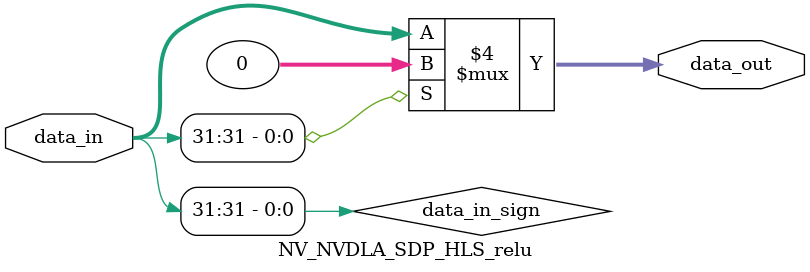
<source format=v>
`define VLIB_BYPASS_POWER_CG
`define NV_FPGA_FIFOGEN
`define FIFOGEN_MASTER_CLK_GATING_DISABLED
`define FPGA
`define SYNTHESIS

module NV_NVDLA_SDP_HLS_relu (
   data_in
  ,data_out
  );
parameter DATA_WIDTH = 32;
input [DATA_WIDTH-1:0] data_in;
output [DATA_WIDTH-1:0] data_out;
reg [DATA_WIDTH-1:0] data_out;
wire data_in_sign;
// synoff nets
// monitor nets
// debug nets
// tie high nets
// tie low nets
// no connect nets
// not all bits used nets
// todo nets
assign data_in_sign = data_in[DATA_WIDTH-1];
always @(
  data_in_sign
  or data_in
  ) begin
   if (!data_in_sign)
      data_out[((DATA_WIDTH) - 1):0] = data_in[((DATA_WIDTH) - 1):0];
   else
      data_out[((DATA_WIDTH) - 1):0] = {DATA_WIDTH{1'b0}};
end
endmodule // NV_NVDLA_SDP_HLS_relu

</source>
